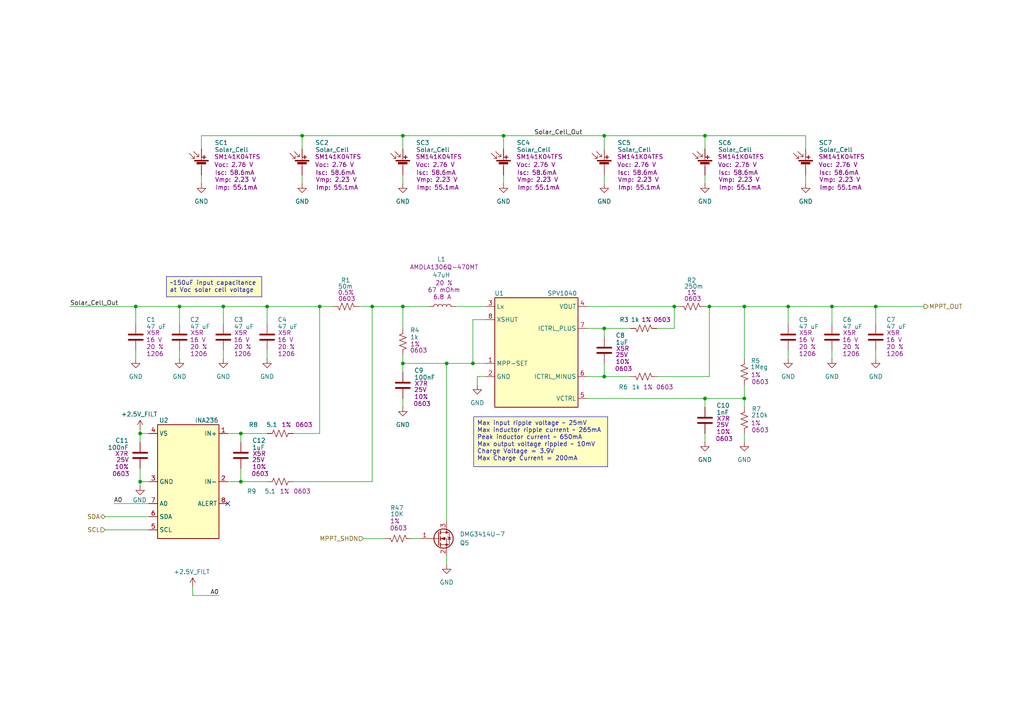
<source format=kicad_sch>
(kicad_sch (version 20231120) (generator "eeschema") (generator_version "8.0")
  (paper "A4")
  (title_block (title "KSS V50") (date "2024-09-23") (rev "A") (company "Aidan P."))
  (lib_symbols
    (symbol "Device:C" (pin_numbers hide) (pin_names (offset 0.254))
      (property "Reference" "C" (at 0.635 2.54 0))
      (property "Value" "C" (at 0.635 -2.54 0))
      (symbol "C_0_1"
        (polyline (pts (xy -2.032 -0.762) (xy 2.032 -0.762)) (stroke (width 0.508)))
        (polyline (pts (xy -2.032 0.762) (xy 2.032 0.762)) (stroke (width 0.508)))
      )
      (symbol "C_1_1"
        (pin passive line (at 0 3.81 270) (length 2.794) (name "~") (number "1"))
        (pin passive line (at 0 -3.81 90) (length 2.794) (name "~") (number "2"))
      )
    )
    (symbol "Device:L" (pin_numbers hide) (pin_names (offset 1.016) hide)
      (property "Reference" "L" (at -1.27 0 90))
      (property "Value" "L" (at 1.905 0 90))
      (symbol "L_0_1"
        (arc (start 0 -2.54) (mid 0.6323 -1.905) (end 0 -1.27))
        (arc (start 0 -1.27) (mid 0.6323 -0.635) (end 0 0))
        (arc (start 0 0) (mid 0.6323 0.635) (end 0 1.27))
        (arc (start 0 1.27) (mid 0.6323 1.905) (end 0 2.54))
      )
      (symbol "L_1_1"
        (pin passive line (at 0 3.81 270) (length 1.27) (name "1") (number "1"))
        (pin passive line (at 0 -3.81 90) (length 1.27) (name "2") (number "2"))
      )
    )
    (symbol "Device:Q_NMOS_GSD" (pin_names (offset 0) hide)
      (property "Reference" "Q" (at 5.08 1.27 0))
      (property "Value" "Q_NMOS_GSD" (at 5.08 -1.27 0))
      (symbol "Q_NMOS_GSD_0_1"
        (polyline (pts (xy 0.254 0) (xy -2.54 0)))
        (polyline (pts (xy 0.254 1.905) (xy 0.254 -1.905)) (stroke (width 0.254)))
        (polyline (pts (xy 0.762 -1.27) (xy 0.762 -2.286)) (stroke (width 0.254)))
        (polyline (pts (xy 0.762 0.508) (xy 0.762 -0.508)) (stroke (width 0.254)))
        (polyline (pts (xy 0.762 2.286) (xy 0.762 1.27)) (stroke (width 0.254)))
        (polyline (pts (xy 2.54 2.54) (xy 2.54 1.778)))
        (polyline (pts (xy 2.54 -2.54) (xy 2.54 0) (xy 0.762 0)))
        (polyline (pts (xy 0.762 -1.778) (xy 3.302 -1.778) (xy 3.302 1.778) (xy 0.762 1.778)))
        (polyline (pts (xy 1.016 0) (xy 2.032 0.381) (xy 2.032 -0.381) (xy 1.016 0)) (fill (type outline)))
        (polyline (pts (xy 2.794 0.508) (xy 2.921 0.381) (xy 3.683 0.381) (xy 3.81 0.254)))
        (polyline (pts (xy 3.302 0.381) (xy 2.921 -0.254) (xy 3.683 -0.254) (xy 3.302 0.381)))
        (circle (center 1.651 0) (radius 2.794) (stroke (width 0.254)))
        (circle (center 2.54 -1.778) (radius 0.254) (fill (type outline)))
        (circle (center 2.54 1.778) (radius 0.254) (fill (type outline)))
      )
      (symbol "Q_NMOS_GSD_1_1"
        (pin input line (at -5.08 0 0) (length 2.54) (name "G") (number "1"))
        (pin passive line (at 2.54 -5.08 90) (length 2.54) (name "S") (number "2"))
        (pin passive line (at 2.54 5.08 270) (length 2.54) (name "D") (number "3"))
      )
    )
    (symbol "Device:R_US" (pin_numbers hide) (pin_names (offset 0))
      (property "Reference" "R" (at 2.54 0 90))
      (property "Value" "R_US" (at -2.54 0 90))
      (symbol "R_US_0_1"
        (polyline (pts (xy 0 -2.286) (xy 0 -2.54)))
        (polyline (pts (xy 0 2.286) (xy 0 2.54)))
        (polyline (pts (xy 0 -0.762) (xy 1.016 -1.143) (xy 0 -1.524) (xy -1.016 -1.905) (xy 0 -2.286)))
        (polyline (pts (xy 0 0.762) (xy 1.016 0.381) (xy 0 0) (xy -1.016 -0.381) (xy 0 -0.762)))
        (polyline (pts (xy 0 2.286) (xy 1.016 1.905) (xy 0 1.524) (xy -1.016 1.143) (xy 0 0.762)))
      )
      (symbol "R_US_1_1"
        (pin passive line (at 0 3.81 270) (length 1.27) (name "~") (number "1"))
        (pin passive line (at 0 -3.81 90) (length 1.27) (name "~") (number "2"))
      )
    )
    (symbol "Device:Solar_Cell" (pin_numbers hide) (pin_names (offset 0) hide)
      (property "Reference" "SC" (at 2.54 2.54 0))
      (property "Value" "Solar_Cell" (at 2.54 0 0))
      (symbol "Solar_Cell_0_1"
        (rectangle (start -2.032 1.778) (end 2.032 1.524) (fill (type outline)))
        (rectangle (start -1.3208 1.1938) (end 1.27 0.6858) (fill (type outline)))
        (polyline (pts (xy -2.032 2.286) (xy -3.556 3.81)))
        (polyline (pts (xy -0.762 2.794) (xy -2.286 4.318)))
        (polyline (pts (xy 0 0.762) (xy 0 0)))
        (polyline (pts (xy 0 1.778) (xy 0 2.54)))
        (polyline (pts (xy 0.254 2.667) (xy 1.27 2.667)) (stroke (width 0.254)))
        (polyline (pts (xy 0.762 3.175) (xy 0.762 2.159)) (stroke (width 0.254)))
        (polyline (pts (xy -2.032 3.048) (xy -2.032 2.286) (xy -2.794 2.286)))
        (polyline (pts (xy -0.762 3.556) (xy -0.762 2.794) (xy -1.524 2.794)))
      )
      (symbol "Solar_Cell_1_1"
        (pin passive line (at 0 5.08 270) (length 2.54) (name "+") (number "1"))
        (pin passive line (at 0 -2.54 90) (length 2.54) (name "-") (number "2"))
      )
    )
    (symbol "ap_built:INA236"
      (property "Reference" "U" (at -7.366 8.89 0))
      (property "Value" "INA236" (at 6.604 8.89 0))
      (symbol "INA236_0_1"
        (rectangle (start -7.62 7.62) (end 10.16 -25.4) (stroke (width 0.254)) (fill (type background)))
      )
      (symbol "INA236_1_1"
        (pin unspecified line (at 12.7 5.08 180) (length 2.54) (name "IN+") (number "1"))
        (pin unspecified line (at 12.7 -8.89 180) (length 2.54) (name "IN-") (number "2"))
        (pin unspecified line (at -10.16 -8.89 0) (length 2.54) (name "GND") (number "3"))
        (pin unspecified line (at -10.16 5.08 0) (length 2.54) (name "VS") (number "4"))
        (pin unspecified line (at -10.16 -22.86 0) (length 2.54) (name "SCL") (number "5"))
        (pin unspecified line (at -10.16 -19.05 0) (length 2.54) (name "SDA") (number "6"))
        (pin unspecified line (at -10.16 -15.24 0) (length 2.54) (name "A0") (number "7"))
        (pin unspecified line (at 12.7 -15.24 180) (length 2.54) (name "ALERT") (number "8"))
      )
    )
    (symbol "ap_built:SPV1040"
      (property "Reference" "U" (at -12.192 11.684 0))
      (property "Value" "SPV1040" (at 7.112 11.684 0))
      (symbol "SPV1040_0_1"
        (rectangle (start -12.7 10.16) (end 11.43 -21.59) (stroke (width 0.254)) (fill (type background)))
      )
      (symbol "SPV1040_1_1"
        (pin unspecified line (at -15.24 -8.89 0) (length 2.54) (name "MPP-SET") (number "1"))
        (pin unspecified line (at -15.24 -12.7 0) (length 2.54) (name "GND") (number "2"))
        (pin unspecified line (at -15.24 7.62 0) (length 2.54) (name "Lx") (number "3"))
        (pin unspecified line (at 13.97 7.62 180) (length 2.54) (name "VOUT") (number "4"))
        (pin unspecified line (at 13.97 -19.05 180) (length 2.54) (name "VCTRL") (number "5"))
        (pin unspecified line (at 13.97 -12.7 180) (length 2.54) (name "ICTRL_MINUS") (number "6"))
        (pin unspecified line (at 13.97 1.27 180) (length 2.54) (name "ICTRL_PLUS") (number "7"))
        (pin unspecified line (at -15.24 3.81 0) (length 2.54) (name "XSHUT") (number "8"))
      )
    )
    (symbol "power:+3.3V" (power) (pin_numbers hide) (pin_names (offset 0) hide)
      (property "Value" "+3.3V" (at 0 3.556 0))
      (symbol "+3.3V_0_1"
        (polyline (pts (xy -0.762 1.27) (xy 0 2.54)))
        (polyline (pts (xy 0 0) (xy 0 2.54)))
        (polyline (pts (xy 0 2.54) (xy 0.762 1.27)))
      )
      (symbol "+3.3V_1_1"
        (pin power_in line (at 0 0 90) (length 0) (name "~") (number "1"))
      )
    )
    (symbol "power:GND" (power) (pin_numbers hide) (pin_names (offset 0) hide)
      (property "Value" "GND" (at 0 -3.81 0))
      (symbol "GND_0_1"
        (polyline (pts (xy 0 0) (xy 0 -1.27) (xy 1.27 -1.27) (xy 0 -2.54) (xy -1.27 -1.27) (xy 0 -1.27)))
      )
      (symbol "GND_1_1"
        (pin power_in line (at 0 0 270) (length 0) (name "~") (number "1"))
      )
    )
  )
  (junction (at 175.26 109.22))
  (junction (at 40.64 125.73))
  (junction (at 204.47 39.37))
  (junction (at 195.58 88.9))
  (junction (at 64.77 88.9))
  (junction (at 116.84 88.9))
  (junction (at 69.85 125.73))
  (junction (at 228.6 88.9))
  (junction (at 107.95 88.9))
  (junction (at 40.64 139.7))
  (junction (at 241.3 88.9))
  (junction (at 77.47 88.9))
  (junction (at 204.47 115.57))
  (junction (at 116.84 39.37))
  (junction (at 116.84 105.41))
  (junction (at 92.71 88.9))
  (junction (at 137.16 105.41))
  (junction (at 175.26 39.37))
  (junction (at 254 88.9))
  (junction (at 215.9 115.57))
  (junction (at 87.63 39.37))
  (junction (at 39.37 88.9))
  (junction (at 205.74 88.9))
  (junction (at 175.26 95.25))
  (junction (at 129.54 105.41))
  (junction (at 146.05 39.37))
  (junction (at 215.9 88.9))
  (junction (at 69.85 139.7))
  (junction (at 52.07 88.9))
  (no_connect (at 66.04 146.05))
  (wire (pts (xy 116.84 115.57) (xy 116.84 118.11)))
  (wire (pts (xy 170.18 109.22) (xy 175.26 109.22)))
  (wire (pts (xy 204.47 50.8) (xy 204.47 53.34)))
  (wire (pts (xy 40.64 125.73) (xy 40.64 124.46)))
  (wire (pts (xy 138.43 109.22) (xy 140.97 109.22)))
  (wire (pts (xy 39.37 101.6) (xy 39.37 104.14)))
  (wire (pts (xy 66.04 125.73) (xy 69.85 125.73)))
  (wire (pts (xy 204.47 88.9) (xy 205.74 88.9)))
  (wire (pts (xy 116.84 88.9) (xy 124.46 88.9)))
  (wire (pts (xy 129.54 161.29) (xy 129.54 163.83)))
  (wire (pts (xy 119.38 156.21) (xy 121.92 156.21)))
  (wire (pts (xy 204.47 125.73) (xy 204.47 128.27)))
  (wire (pts (xy 39.37 88.9) (xy 52.07 88.9)))
  (wire (pts (xy 116.84 39.37) (xy 146.05 39.37)))
  (wire (pts (xy 170.18 115.57) (xy 204.47 115.57)))
  (wire (pts (xy 85.09 125.73) (xy 92.71 125.73)))
  (wire (pts (xy 87.63 43.18) (xy 87.63 39.37)))
  (wire (pts (xy 205.74 109.22) (xy 205.74 88.9)))
  (wire (pts (xy 55.88 172.72) (xy 63.5 172.72)))
  (wire (pts (xy 105.41 156.21) (xy 111.76 156.21)))
  (wire (pts (xy 241.3 93.98) (xy 241.3 88.9)))
  (wire (pts (xy 69.85 139.7) (xy 77.47 139.7)))
  (wire (pts (xy 175.26 50.8) (xy 175.26 53.34)))
  (wire (pts (xy 233.68 50.8) (xy 233.68 53.34)))
  (wire (pts (xy 175.26 95.25) (xy 182.88 95.25)))
  (wire (pts (xy 228.6 88.9) (xy 215.9 88.9)))
  (wire (pts (xy 146.05 43.18) (xy 146.05 39.37)))
  (wire (pts (xy 170.18 88.9) (xy 195.58 88.9)))
  (wire (pts (xy 40.64 140.97) (xy 40.64 139.7)))
  (wire (pts (xy 175.26 39.37) (xy 204.47 39.37)))
  (wire (pts (xy 137.16 105.41) (xy 140.97 105.41)))
  (wire (pts (xy 30.48 153.67) (xy 43.18 153.67)))
  (wire (pts (xy 30.48 149.86) (xy 43.18 149.86)))
  (wire (pts (xy 87.63 50.8) (xy 87.63 53.34)))
  (wire (pts (xy 137.16 92.71) (xy 137.16 105.41)))
  (wire (pts (xy 204.47 43.18) (xy 204.47 39.37)))
  (wire (pts (xy 140.97 92.71) (xy 137.16 92.71)))
  (wire (pts (xy 215.9 111.76) (xy 215.9 115.57)))
  (wire (pts (xy 195.58 95.25) (xy 195.58 88.9)))
  (wire (pts (xy 190.5 95.25) (xy 195.58 95.25)))
  (wire (pts (xy 129.54 105.41) (xy 129.54 151.13)))
  (wire (pts (xy 104.14 88.9) (xy 107.95 88.9)))
  (wire (pts (xy 146.05 50.8) (xy 146.05 53.34)))
  (wire (pts (xy 175.26 95.25) (xy 175.26 97.79)))
  (wire (pts (xy 58.42 50.8) (xy 58.42 53.34)))
  (wire (pts (xy 87.63 39.37) (xy 116.84 39.37)))
  (wire (pts (xy 64.77 88.9) (xy 77.47 88.9)))
  (wire (pts (xy 20.32 88.9) (xy 39.37 88.9)))
  (wire (pts (xy 69.85 125.73) (xy 69.85 128.27)))
  (wire (pts (xy 107.95 139.7) (xy 107.95 88.9)))
  (wire (pts (xy 215.9 88.9) (xy 215.9 104.14)))
  (wire (pts (xy 77.47 93.98) (xy 77.47 88.9)))
  (wire (pts (xy 116.84 43.18) (xy 116.84 39.37)))
  (wire (pts (xy 92.71 125.73) (xy 92.71 88.9)))
  (wire (pts (xy 116.84 88.9) (xy 116.84 95.25)))
  (wire (pts (xy 64.77 101.6) (xy 64.77 104.14)))
  (wire (pts (xy 241.3 101.6) (xy 241.3 104.14)))
  (wire (pts (xy 129.54 105.41) (xy 137.16 105.41)))
  (wire (pts (xy 146.05 39.37) (xy 175.26 39.37)))
  (wire (pts (xy 204.47 115.57) (xy 215.9 115.57)))
  (wire (pts (xy 190.5 109.22) (xy 205.74 109.22)))
  (wire (pts (xy 58.42 43.18) (xy 58.42 39.37)))
  (wire (pts (xy 254 88.9) (xy 254 93.98)))
  (wire (pts (xy 228.6 88.9) (xy 241.3 88.9)))
  (wire (pts (xy 215.9 115.57) (xy 215.9 118.11)))
  (wire (pts (xy 92.71 88.9) (xy 96.52 88.9)))
  (wire (pts (xy 233.68 43.18) (xy 233.68 39.37)))
  (wire (pts (xy 116.84 105.41) (xy 129.54 105.41)))
  (wire (pts (xy 196.85 88.9) (xy 195.58 88.9)))
  (wire (pts (xy 204.47 118.11) (xy 204.47 115.57)))
  (wire (pts (xy 40.64 125.73) (xy 40.64 128.27)))
  (wire (pts (xy 33.02 146.05) (xy 43.18 146.05)))
  (wire (pts (xy 205.74 88.9) (xy 215.9 88.9)))
  (wire (pts (xy 116.84 102.87) (xy 116.84 105.41)))
  (wire (pts (xy 52.07 93.98) (xy 52.07 88.9)))
  (wire (pts (xy 254 101.6) (xy 254 104.14)))
  (wire (pts (xy 40.64 139.7) (xy 43.18 139.7)))
  (wire (pts (xy 77.47 88.9) (xy 92.71 88.9)))
  (wire (pts (xy 55.88 172.72) (xy 55.88 170.18)))
  (wire (pts (xy 215.9 125.73) (xy 215.9 128.27)))
  (wire (pts (xy 132.08 88.9) (xy 140.97 88.9)))
  (wire (pts (xy 175.26 43.18) (xy 175.26 39.37)))
  (wire (pts (xy 228.6 93.98) (xy 228.6 88.9)))
  (wire (pts (xy 43.18 125.73) (xy 40.64 125.73)))
  (wire (pts (xy 64.77 93.98) (xy 64.77 88.9)))
  (wire (pts (xy 241.3 88.9) (xy 254 88.9)))
  (wire (pts (xy 204.47 39.37) (xy 233.68 39.37)))
  (wire (pts (xy 175.26 109.22) (xy 182.88 109.22)))
  (wire (pts (xy 228.6 101.6) (xy 228.6 104.14)))
  (wire (pts (xy 175.26 105.41) (xy 175.26 109.22)))
  (wire (pts (xy 116.84 50.8) (xy 116.84 53.34)))
  (wire (pts (xy 107.95 88.9) (xy 116.84 88.9)))
  (wire (pts (xy 69.85 125.73) (xy 77.47 125.73)))
  (wire (pts (xy 170.18 95.25) (xy 175.26 95.25)))
  (wire (pts (xy 58.42 39.37) (xy 87.63 39.37)))
  (wire (pts (xy 267.97 88.9) (xy 254 88.9)))
  (wire (pts (xy 52.07 101.6) (xy 52.07 104.14)))
  (wire (pts (xy 85.09 139.7) (xy 107.95 139.7)))
  (wire (pts (xy 138.43 111.76) (xy 138.43 109.22)))
  (wire (pts (xy 66.04 139.7) (xy 69.85 139.7)))
  (wire (pts (xy 39.37 93.98) (xy 39.37 88.9)))
  (wire (pts (xy 40.64 135.89) (xy 40.64 139.7)))
  (wire (pts (xy 116.84 105.41) (xy 116.84 107.95)))
  (wire (pts (xy 52.07 88.9) (xy 64.77 88.9)))
  (wire (pts (xy 77.47 101.6) (xy 77.47 104.14)))
  (wire (pts (xy 69.85 135.89) (xy 69.85 139.7)))
  (text_box "Max input ripple voltage ~ 25mV\nMax inductor ripple current ~ 265mA\nPeak inductor current ~ 650mA\nMax output voltage rippled ~ 10mV\nCharge Voltage = 3.9V\nMax Charge Current = 200mA\n" (at 137.414 120.904 0) (size 38.862 14.478) (fill (type color) (color 255 255 194 1)) (effects (font (size 1.27 1.27)) (justify left top)))
  (text_box "~150uF input capacitance at Voc solar cell voltage" (at 48.26 80.264 0) (size 27.686 5.842) (fill (type color) (color 255 255 194 1)) (effects (font (size 1.27 1.27)) (justify left top)))
  (label "Solar_Cell_Out" (at 20.32 88.9 0))
  (label "Solar_Cell_Out" (at 154.94 39.37 0))
  (label "A0" (at 33.02 146.05 0))
  (label "A0" (at 63.5 172.72 180))
  (hierarchical_label "SCL" (shape input) (at 30.48 153.67 180))
  (hierarchical_label "SDA" (shape bidirectional) (at 30.48 149.86 180))
  (hierarchical_label "MPPT_OUT" (shape output) (at 267.97 88.9 0))
  (hierarchical_label "MPPT_SHDN" (shape input) (at 105.41 156.21 180))
  (symbol (lib_id "power:GND") (at 87.63 53.34 0) (unit 1)
    (property "Reference" "#PWR02" (effects (hide yes)))
    (property "Value" "GND" (at 87.63 58.42 0))
    (property "Description" "Power symbol creates a global label with name \"GND\" , ground" (effects (hide yes)))
  )
  (symbol (lib_id "power:GND") (at 116.84 118.11 0) (mirror y) (unit 1)
    (property "Reference" "#PWR013" (effects (hide yes)))
    (property "Value" "GND" (at 116.84 123.19 0))
    (property "Description" "Power symbol creates a global label with name \"GND\" , ground" (effects (hide yes)))
  )
  (symbol (lib_id "Device:R_US") (at 186.69 95.25 90) (mirror x) (unit 1)
    (property "Reference" "R3" (at 182.372 92.71 90) (effects (justify left)))
    (property "Value" "1k" (at 185.42 92.71 90) (effects (justify left)))
    (property "Footprint" "Resistor_SMD:R_0603_1608Metric" (effects (hide yes)))
    (property "Description" "Resistor, US symbol" (effects (hide yes)))
    (property "MPN" "RC0603FR-071KL" (effects (hide yes)))
    (property "DPN" "311-1.00KHRCT-ND" (effects (hide yes)))
    (property "Package" "0603" (at 192.024 92.71 90))
    (property "Tolerance" "1%" (at 187.452 92.71 90))
  )
  (symbol (lib_id "power:GND") (at 228.6 104.14 0) (mirror y) (unit 1)
    (property "Reference" "#PWR09" (effects (hide yes)))
    (property "Value" "GND" (at 228.6 109.22 0))
    (property "Description" "Power symbol creates a global label with name \"GND\" , ground" (effects (hide yes)))
  )
  (symbol (lib_id "Device:Solar_Cell") (at 58.42 48.26 0) (unit 1)
    (property "Reference" "SC1" (at 62.23 41.402 0) (effects (justify left)))
    (property "Value" "Solar_Cell" (at 62.23 43.434 0) (effects (justify left)))
    (property "Footprint" "ap_built:SM141K04TFS" (effects (hide yes)))
    (property "Description" "Single solar cell" (effects (hide yes)))
    (property "Voc" "2.76 V" (at 67.818 47.752 0) (show_name yes))
    (property "Vmp" "2.23 V" (at 68.326 52.07 0) (show_name yes))
    (property "Isc" "58.6mA" (at 68.072 50.038 0) (show_name yes))
    (property "Imp" "55.1mA" (at 68.58 54.356 0) (show_name yes))
    (property "MPN" "SM141K04TFS" (at 68.834 45.466 0))
    (property "DPN" "2994-SM141K04TFS-ND" (effects (hide yes)))
  )
  (symbol (lib_id "Device:R_US") (at 200.66 88.9 90) (mirror x) (unit 1)
    (property "Reference" "R2" (at 201.93 81.28 90) (effects (justify left)))
    (property "Value" "250m" (at 203.962 83.058 90) (effects (justify left)))
    (property "Footprint" "Resistor_SMD:R_0603_1608Metric" (effects (hide yes)))
    (property "Description" "Resistor, US symbol" (effects (hide yes)))
    (property "MPN" "CSR0603FKR250" (effects (hide yes)))
    (property "DPN" "CSR0603FKR250CT-ND" (effects (hide yes)))
    (property "Package" "0603" (at 200.914 86.614 90))
    (property "Tolerance" "1%" (at 200.66 84.836 90))
  )
  (symbol (lib_id "power:GND") (at 204.47 53.34 0) (unit 1)
    (property "Reference" "#PWR0125" (effects (hide yes)))
    (property "Value" "GND" (at 204.47 58.42 0))
    (property "Description" "Power symbol creates a global label with name \"GND\" , ground" (effects (hide yes)))
  )
  (symbol (lib_id "Device:C") (at 77.47 97.79 0) (unit 1)
    (property "Reference" "C4" (at 80.518 92.71 0) (effects (justify left)))
    (property "Value" "47 uF" (at 80.518 94.742 0) (effects (justify left)))
    (property "Footprint" "Capacitor_SMD:C_1206_3216Metric" (effects (hide yes)))
    (property "Description" "Unpolarized capacitor" (effects (hide yes)))
    (property "MPN" "GRM31CR61C476ME44L" (effects (hide yes)))
    (property "DPN" "490-GRM31CR61C476ME44LCT-ND" (effects (hide yes)))
    (property "Tolerance" "20 %" (at 83.058 100.584 0))
    (property "Dialectric" "X5R" (at 82.55 96.52 0))
    (property "Voltage Rating" "16 V" (at 82.804 98.552 0))
    (property "Package" "1206" (at 83.058 102.616 0))
  )
  (symbol (lib_id "Device:L") (at 128.27 88.9 90) (unit 1)
    (property "Reference" "L1" (at 128.016 75.184 90))
    (property "Value" "47uH" (at 128.016 79.756 90))
    (property "Footprint" "ap_built:AMDLA1306Q-470MT" (effects (hide yes)))
    (property "Description" "Inductor" (effects (hide yes)))
    (property "MPN" "AMDLA1306Q-470MT " (at 129.286 77.47 90))
    (property "DPN" "535-AMDLA1306Q-470MTCT-ND" (effects (hide yes)))
    (property "Tolerance" "20 %" (at 128.778 82.042 90))
    (property "DCR" "67 mOhm" (at 128.778 84.074 90))
    (property "Isat" "6.8 A" (at 128.27 86.106 90))
  )
  (symbol (lib_id "Device:Q_NMOS_GSD") (at 127 156.21 0) (unit 1)
    (property "Reference" "Q5" (at 133.35 157.4801 0) (effects (justify left)))
    (property "Value" "DMG3414U-7" (at 133.35 154.9401 0) (effects (justify left)))
    (property "Footprint" "Package_TO_SOT_SMD:SOT-23-3" (effects (hide yes)))
    (property "Description" "N-MOSFET transistor, gate/source/drain" (effects (hide yes)))
    (property "MPN" "DMG3414U-7 " (effects (hide yes)))
    (property "DPN" "DMG3414U-7DICT-ND" (effects (hide yes)))
  )
  (symbol (lib_id "Device:C") (at 40.64 132.08 0) (mirror y) (unit 1)
    (property "Reference" "C11" (at 37.338 127.762 0) (effects (justify left)))
    (property "Value" "100nF" (at 37.338 129.794 0) (effects (justify left)))
    (property "Footprint" "Capacitor_SMD:C_0603_1608Metric" (effects (hide yes)))
    (property "Description" "Unpolarized capacitor" (effects (hide yes)))
    (property "MPN" "CC0603KRX7R8BB104" (effects (hide yes)))
    (property "DPN" "311-1341-1-ND" (effects (hide yes)))
    (property "Tolerance" "10%" (at 35.306 135.382 0))
    (property "Dialectric" "X7R" (at 35.306 131.572 0))
    (property "Voltage Rating" "25V" (at 35.56 133.35 0))
    (property "Package" "0603" (at 35.052 137.414 0))
  )
  (symbol (lib_id "power:GND") (at 129.54 163.83 0) (unit 1)
    (property "Reference" "#PWR026" (effects (hide yes)))
    (property "Value" "GND" (at 129.54 168.91 0))
    (property "Description" "Power symbol creates a global label with name \"GND\" , ground" (effects (hide yes)))
  )
  (symbol (lib_id "power:GND") (at 241.3 104.14 0) (mirror y) (unit 1)
    (property "Reference" "#PWR010" (effects (hide yes)))
    (property "Value" "GND" (at 241.3 109.22 0))
    (property "Description" "Power symbol creates a global label with name \"GND\" , ground" (effects (hide yes)))
  )
  (symbol (lib_id "power:GND") (at 58.42 53.34 0) (unit 1)
    (property "Reference" "#PWR01" (effects (hide yes)))
    (property "Value" "GND" (at 58.42 58.42 0))
    (property "Description" "Power symbol creates a global label with name \"GND\" , ground" (effects (hide yes)))
  )
  (symbol (lib_id "power:GND") (at 116.84 53.34 0) (unit 1)
    (property "Reference" "#PWR03" (effects (hide yes)))
    (property "Value" "GND" (at 116.84 58.42 0))
    (property "Description" "Power symbol creates a global label with name \"GND\" , ground" (effects (hide yes)))
  )
  (symbol (lib_id "Device:C") (at 52.07 97.79 0) (unit 1)
    (property "Reference" "C2" (at 55.118 92.71 0) (effects (justify left)))
    (property "Value" "47 uF" (at 55.118 94.742 0) (effects (justify left)))
    (property "Footprint" "Capacitor_SMD:C_1206_3216Metric" (effects (hide yes)))
    (property "Description" "Unpolarized capacitor" (effects (hide yes)))
    (property "MPN" "GRM31CR61C476ME44L" (effects (hide yes)))
    (property "DPN" "490-GRM31CR61C476ME44LCT-ND" (effects (hide yes)))
    (property "Tolerance" "20 %" (at 57.658 100.584 0))
    (property "Dialectric" "X5R" (at 57.15 96.52 0))
    (property "Voltage Rating" "16 V" (at 57.404 98.552 0))
    (property "Package" "1206" (at 57.658 102.616 0))
  )
  (symbol (lib_id "Device:R_US") (at 116.84 99.06 0) (mirror y) (unit 1)
    (property "Reference" "R4" (at 121.666 95.758 0) (effects (justify left)))
    (property "Value" "1k" (at 121.412 97.79 0) (effects (justify left)))
    (property "Footprint" "Resistor_SMD:R_0603_1608Metric" (effects (hide yes)))
    (property "Description" "Resistor, US symbol" (effects (hide yes)))
    (property "MPN" "RC0603FR-071KL" (effects (hide yes)))
    (property "DPN" "311-1.00KHRCT-ND" (effects (hide yes)))
    (property "Package" "0603" (at 121.412 101.6 0))
    (property "Tolerance" "1%" (at 120.396 99.822 0))
  )
  (symbol (lib_id "ap_built:INA236") (at 53.34 130.81 0) (unit 1)
    (property "Reference" "U2" (at 47.498 121.92 0))
    (property "Value" "INA236" (at 59.944 121.92 0))
    (property "Footprint" "Package_TO_SOT_SMD:SOT-23-8" (effects (hide yes)))
    (property "DPN" "296-INA236AIDDFRCT-ND" (effects (hide yes)))
    (property "MPN" "INA236AIDDFR" (effects (hide yes)))
  )
  (symbol (lib_id "power:GND") (at 77.47 104.14 0) (mirror y) (unit 1)
    (property "Reference" "#PWR08" (effects (hide yes)))
    (property "Value" "GND" (at 77.47 109.22 0))
    (property "Description" "Power symbol creates a global label with name \"GND\" , ground" (effects (hide yes)))
  )
  (symbol (lib_id "Device:C") (at 254 97.79 0) (unit 1)
    (property "Reference" "C7" (at 257.048 92.71 0) (effects (justify left)))
    (property "Value" "47 uF" (at 257.048 94.742 0) (effects (justify left)))
    (property "Footprint" "Capacitor_SMD:C_1206_3216Metric" (effects (hide yes)))
    (property "Description" "Unpolarized capacitor" (effects (hide yes)))
    (property "MPN" "GRM31CR61C476ME44L" (effects (hide yes)))
    (property "DPN" "490-GRM31CR61C476ME44LCT-ND" (effects (hide yes)))
    (property "Tolerance" "20 %" (at 259.588 100.584 0))
    (property "Dialectric" "X5R" (at 259.08 96.52 0))
    (property "Voltage Rating" "16 V" (at 259.334 98.552 0))
    (property "Package" "1206" (at 259.588 102.616 0))
  )
  (symbol (lib_id "Device:R_US") (at 81.28 125.73 270) (unit 1)
    (property "Reference" "R8" (at 72.136 123.19 90) (effects (justify left)))
    (property "Value" "5.1" (at 77.216 123.19 90) (effects (justify left)))
    (property "Footprint" "Resistor_SMD:R_0603_1608Metric" (effects (hide yes)))
    (property "Description" "Resistor, US symbol" (effects (hide yes)))
    (property "MPN" "RC0603FR-075R1L " (effects (hide yes)))
    (property "DPN" "YAG3372CT-ND" (effects (hide yes)))
    (property "Package" "0603" (at 88.138 123.19 90))
    (property "Tolerance" "1%" (at 83.058 123.19 90))
  )
  (symbol (lib_id "power:+3.3V") (at 55.88 170.18 0) (unit 1)
    (property "Reference" "#PWR0111" (effects (hide yes)))
    (property "Value" "+2.5V_FILT" (at 55.626 165.862 0))
    (property "Description" "Power symbol creates a global label with name \"+3.3V\"" (effects (hide yes)))
  )
  (symbol (lib_id "Device:C") (at 228.6 97.79 0) (unit 1)
    (property "Reference" "C5" (at 231.648 92.71 0) (effects (justify left)))
    (property "Value" "47 uF" (at 231.648 94.742 0) (effects (justify left)))
    (property "Footprint" "Capacitor_SMD:C_1206_3216Metric" (effects (hide yes)))
    (property "Description" "Unpolarized capacitor" (effects (hide yes)))
    (property "MPN" "GRM31CR61C476ME44L" (effects (hide yes)))
    (property "DPN" "490-GRM31CR61C476ME44LCT-ND" (effects (hide yes)))
    (property "Tolerance" "20 %" (at 234.188 100.584 0))
    (property "Dialectric" "X5R" (at 233.68 96.52 0))
    (property "Voltage Rating" "16 V" (at 233.934 98.552 0))
    (property "Package" "1206" (at 234.188 102.616 0))
  )
  (symbol (lib_id "Device:Solar_Cell") (at 146.05 48.26 0) (unit 1)
    (property "Reference" "SC4" (at 149.86 41.402 0) (effects (justify left)))
    (property "Value" "Solar_Cell" (at 149.86 43.434 0) (effects (justify left)))
    (property "Footprint" "ap_built:SM141K04TFS" (effects (hide yes)))
    (property "Description" "Single solar cell" (effects (hide yes)))
    (property "Voc" "2.76 V" (at 155.448 47.752 0) (show_name yes))
    (property "Vmp" "2.23 V" (at 155.956 52.07 0) (show_name yes))
    (property "Isc" "58.6mA" (at 155.702 50.038 0) (show_name yes))
    (property "Imp" "55.1mA" (at 156.21 54.356 0) (show_name yes))
    (property "MPN" "SM141K04TFS" (at 156.464 45.466 0))
    (property "DPN" "2994-SM141K04TFS-ND" (effects (hide yes)))
  )
  (symbol (lib_id "Device:Solar_Cell") (at 87.63 48.26 0) (unit 1)
    (property "Reference" "SC2" (at 91.44 41.402 0) (effects (justify left)))
    (property "Value" "Solar_Cell" (at 91.44 43.434 0) (effects (justify left)))
    (property "Footprint" "ap_built:SM141K04TFS" (effects (hide yes)))
    (property "Description" "Single solar cell" (effects (hide yes)))
    (property "Voc" "2.76 V" (at 97.028 47.752 0) (show_name yes))
    (property "Vmp" "2.23 V" (at 97.536 52.07 0) (show_name yes))
    (property "Isc" "58.6mA" (at 97.282 50.038 0) (show_name yes))
    (property "Imp" "55.1mA" (at 97.79 54.356 0) (show_name yes))
    (property "MPN" "SM141K04TFS" (at 98.044 45.466 0))
    (property "DPN" "2994-SM141K04TFS-ND" (effects (hide yes)))
  )
  (symbol (lib_id "Device:R_US") (at 186.69 109.22 90) (mirror x) (unit 1)
    (property "Reference" "R6" (at 182.118 112.268 90) (effects (justify left)))
    (property "Value" "1k" (at 185.674 112.268 90) (effects (justify left)))
    (property "Footprint" "Resistor_SMD:R_0603_1608Metric" (effects (hide yes)))
    (property "Description" "Resistor, US symbol" (effects (hide yes)))
    (property "MPN" "RC0603FR-071KL" (effects (hide yes)))
    (property "DPN" "311-1.00KHRCT-ND" (effects (hide yes)))
    (property "Package" "0603" (at 192.786 112.268 90))
    (property "Tolerance" "1%" (at 187.96 112.268 90))
  )
  (symbol (lib_id "power:GND") (at 40.64 140.97 0) (unit 1)
    (property "Reference" "#PWR017" (effects (hide yes)))
    (property "Value" "GND" (at 40.513 145.034 0))
    (property "Description" "Power symbol creates a global label with name \"GND\" , ground" (effects (hide yes)))
  )
  (symbol (lib_id "Device:C") (at 116.84 111.76 0) (unit 1)
    (property "Reference" "C9" (at 120.142 107.442 0) (effects (justify left)))
    (property "Value" "100nF" (at 120.142 109.474 0) (effects (justify left)))
    (property "Footprint" "Capacitor_SMD:C_0603_1608Metric" (effects (hide yes)))
    (property "Description" "Unpolarized capacitor" (effects (hide yes)))
    (property "MPN" "CC0603KRX7R8BB104" (effects (hide yes)))
    (property "DPN" "311-1341-1-ND" (effects (hide yes)))
    (property "Tolerance" "10%" (at 122.174 115.062 0))
    (property "Dialectric" "X7R" (at 122.174 111.252 0))
    (property "Voltage Rating" "25V" (at 121.92 113.03 0))
    (property "Package" "0603" (at 122.428 117.094 0))
  )
  (symbol (lib_id "Device:Solar_Cell") (at 204.47 48.26 0) (unit 1)
    (property "Reference" "SC6" (at 208.28 41.402 0) (effects (justify left)))
    (property "Value" "Solar_Cell" (at 208.28 43.434 0) (effects (justify left)))
    (property "Footprint" "ap_built:SM141K04TFS" (effects (hide yes)))
    (property "Description" "Single solar cell" (effects (hide yes)))
    (property "Voc" "2.76 V" (at 213.868 47.752 0) (show_name yes))
    (property "Vmp" "2.23 V" (at 214.376 52.07 0) (show_name yes))
    (property "Isc" "58.6mA" (at 214.122 50.038 0) (show_name yes))
    (property "Imp" "55.1mA" (at 214.63 54.356 0) (show_name yes))
    (property "MPN" "SM141K04TFS" (at 214.884 45.466 0))
    (property "DPN" "2994-SM141K04TFS-ND" (effects (hide yes)))
  )
  (symbol (lib_id "power:GND") (at 215.9 128.27 0) (mirror y) (unit 1)
    (property "Reference" "#PWR016" (effects (hide yes)))
    (property "Value" "GND" (at 215.9 133.35 0))
    (property "Description" "Power symbol creates a global label with name \"GND\" , ground" (effects (hide yes)))
  )
  (symbol (lib_id "Device:R_US") (at 115.57 156.21 90) (mirror x) (unit 1)
    (property "Reference" "R47" (at 117.094 147.32 90) (effects (justify left)))
    (property "Value" "10K" (at 117.094 149.098 90) (effects (justify left)))
    (property "Footprint" "Resistor_SMD:R_0603_1608Metric" (effects (hide yes)))
    (property "Description" "Resistor, US symbol" (effects (hide yes)))
    (property "MPN" "AC0603FR-0710KL " (effects (hide yes)))
    (property "DPN" "311-10KLDCT-ND" (effects (hide yes)))
    (property "Package" "0603" (at 115.57 153.162 90))
    (property "Tolerance" "1%" (at 114.554 151.13 90))
  )
  (symbol (lib_id "Device:R_US") (at 215.9 107.95 0) (mirror y) (unit 1)
    (property "Reference" "R5" (at 220.472 104.648 0) (effects (justify left)))
    (property "Value" "1Meg" (at 222.758 106.426 0) (effects (justify left)))
    (property "Footprint" "Resistor_SMD:R_0603_1608Metric" (effects (hide yes)))
    (property "Description" "Resistor, US symbol" (effects (hide yes)))
    (property "MPN" "RC0603FR-071ML" (effects (hide yes)))
    (property "DPN" "311-1.00MHRCT-ND" (effects (hide yes)))
    (property "Package" "0603" (at 220.472 110.744 0))
    (property "Tolerance" "1%" (at 219.202 108.712 0))
  )
  (symbol (lib_id "Device:C") (at 204.47 121.92 0) (unit 1)
    (property "Reference" "C10" (at 207.772 117.602 0) (effects (justify left)))
    (property "Value" "1nF" (at 207.772 119.634 0) (effects (justify left)))
    (property "Footprint" "Capacitor_SMD:C_0603_1608Metric" (effects (hide yes)))
    (property "Description" "Unpolarized capacitor" (effects (hide yes)))
    (property "MPN" "CC0603KRX7R8BB102" (effects (hide yes)))
    (property "DPN" "311-3589-1-ND" (effects (hide yes)))
    (property "Tolerance" "10%" (at 209.804 125.222 0))
    (property "Dialectric" "X7R" (at 209.804 121.412 0))
    (property "Voltage Rating" "25V" (at 209.55 123.19 0))
    (property "Package" "0603" (at 210.058 127.254 0))
  )
  (symbol (lib_id "power:GND") (at 254 104.14 0) (mirror y) (unit 1)
    (property "Reference" "#PWR011" (effects (hide yes)))
    (property "Value" "GND" (at 254 109.22 0))
    (property "Description" "Power symbol creates a global label with name \"GND\" , ground" (effects (hide yes)))
  )
  (symbol (lib_id "Device:R_US") (at 81.28 139.7 270) (unit 1)
    (property "Reference" "R9" (at 71.628 142.494 90) (effects (justify left)))
    (property "Value" "5.1" (at 76.708 142.494 90) (effects (justify left)))
    (property "Footprint" "Resistor_SMD:R_0603_1608Metric" (effects (hide yes)))
    (property "Description" "Resistor, US symbol" (effects (hide yes)))
    (property "MPN" "RC0603FR-075R1L " (effects (hide yes)))
    (property "DPN" "YAG3372CT-ND" (effects (hide yes)))
    (property "Package" "0603" (at 87.63 142.494 90))
    (property "Tolerance" "1%" (at 82.55 142.494 90))
  )
  (symbol (lib_id "Device:C") (at 64.77 97.79 0) (unit 1)
    (property "Reference" "C3" (at 67.818 92.71 0) (effects (justify left)))
    (property "Value" "47 uF" (at 67.818 94.742 0) (effects (justify left)))
    (property "Footprint" "Capacitor_SMD:C_1206_3216Metric" (effects (hide yes)))
    (property "Description" "Unpolarized capacitor" (effects (hide yes)))
    (property "MPN" "GRM31CR61C476ME44L" (effects (hide yes)))
    (property "DPN" "490-GRM31CR61C476ME44LCT-ND" (effects (hide yes)))
    (property "Tolerance" "20 %" (at 70.358 100.584 0))
    (property "Dialectric" "X5R" (at 69.85 96.52 0))
    (property "Voltage Rating" "16 V" (at 70.104 98.552 0))
    (property "Package" "1206" (at 70.358 102.616 0))
  )
  (symbol (lib_id "Device:R_US") (at 215.9 121.92 0) (mirror y) (unit 1)
    (property "Reference" "R7" (at 220.726 118.618 0) (effects (justify left)))
    (property "Value" "210k" (at 222.758 120.396 0) (effects (justify left)))
    (property "Footprint" "Resistor_SMD:R_0603_1608Metric" (effects (hide yes)))
    (property "Description" "Resistor, US symbol" (effects (hide yes)))
    (property "MPN" "RC0603FR-07210KL" (effects (hide yes)))
    (property "DPN" "311-210KHRCT-ND" (effects (hide yes)))
    (property "Package" "0603" (at 220.472 124.714 0))
    (property "Tolerance" "1%" (at 219.202 122.682 0))
  )
  (symbol (lib_id "power:GND") (at 39.37 104.14 0) (mirror y) (unit 1)
    (property "Reference" "#PWR05" (effects (hide yes)))
    (property "Value" "GND" (at 39.37 109.22 0))
    (property "Description" "Power symbol creates a global label with name \"GND\" , ground" (effects (hide yes)))
  )
  (symbol (lib_id "Device:R_US") (at 100.33 88.9 90) (mirror x) (unit 1)
    (property "Reference" "R1" (at 101.6 81.28 90) (effects (justify left)))
    (property "Value" "50m" (at 102.362 83.058 90) (effects (justify left)))
    (property "Footprint" "Resistor_SMD:R_0603_1608Metric" (effects (hide yes)))
    (property "Description" "Resistor, US symbol" (effects (hide yes)))
    (property "MPN" "KDV06DR050ET" (effects (hide yes)))
    (property "DPN" "273-KDV06DR050ETCT-ND" (effects (hide yes)))
    (property "Package" "0603" (at 100.584 86.614 90))
    (property "Tolerance" "0.5%" (at 100.33 84.836 90))
  )
  (symbol (lib_id "Device:C") (at 241.3 97.79 0) (unit 1)
    (property "Reference" "C6" (at 244.348 92.71 0) (effects (justify left)))
    (property "Value" "47 uF" (at 244.348 94.742 0) (effects (justify left)))
    (property "Footprint" "Capacitor_SMD:C_1206_3216Metric" (effects (hide yes)))
    (property "Description" "Unpolarized capacitor" (effects (hide yes)))
    (property "MPN" "GRM31CR61C476ME44L" (effects (hide yes)))
    (property "DPN" "490-GRM31CR61C476ME44LCT-ND" (effects (hide yes)))
    (property "Tolerance" "20 %" (at 246.888 100.584 0))
    (property "Dialectric" "X5R" (at 246.38 96.52 0))
    (property "Voltage Rating" "16 V" (at 246.634 98.552 0))
    (property "Package" "1206" (at 246.888 102.616 0))
  )
  (symbol (lib_id "power:GND") (at 175.26 53.34 0) (unit 1)
    (property "Reference" "#PWR073" (effects (hide yes)))
    (property "Value" "GND" (at 175.26 58.42 0))
    (property "Description" "Power symbol creates a global label with name \"GND\" , ground" (effects (hide yes)))
  )
  (symbol (lib_id "Device:Solar_Cell") (at 175.26 48.26 0) (unit 1)
    (property "Reference" "SC5" (at 179.07 41.402 0) (effects (justify left)))
    (property "Value" "Solar_Cell" (at 179.07 43.434 0) (effects (justify left)))
    (property "Footprint" "ap_built:SM141K04TFS" (effects (hide yes)))
    (property "Description" "Single solar cell" (effects (hide yes)))
    (property "Voc" "2.76 V" (at 184.658 47.752 0) (show_name yes))
    (property "Vmp" "2.23 V" (at 185.166 52.07 0) (show_name yes))
    (property "Isc" "58.6mA" (at 184.912 50.038 0) (show_name yes))
    (property "Imp" "55.1mA" (at 185.42 54.356 0) (show_name yes))
    (property "MPN" "SM141K04TFS" (at 185.674 45.466 0))
    (property "DPN" "2994-SM141K04TFS-ND" (effects (hide yes)))
  )
  (symbol (lib_id "Device:C") (at 39.37 97.79 0) (unit 1)
    (property "Reference" "C1" (at 42.418 92.71 0) (effects (justify left)))
    (property "Value" "47 uF" (at 42.418 94.742 0) (effects (justify left)))
    (property "Footprint" "Capacitor_SMD:C_1206_3216Metric" (effects (hide yes)))
    (property "Description" "Unpolarized capacitor" (effects (hide yes)))
    (property "MPN" "GRM31CR61C476ME44L" (effects (hide yes)))
    (property "DPN" "490-GRM31CR61C476ME44LCT-ND" (effects (hide yes)))
    (property "Tolerance" "20 %" (at 44.958 100.584 0))
    (property "Dialectric" "X5R" (at 44.45 96.52 0))
    (property "Voltage Rating" "16 V" (at 44.704 98.552 0))
    (property "Package" "1206" (at 44.958 102.616 0))
  )
  (symbol (lib_id "Device:C") (at 175.26 101.6 0) (unit 1)
    (property "Reference" "C8" (at 178.562 97.282 0) (effects (justify left)))
    (property "Value" "1uF" (at 178.562 99.314 0) (effects (justify left)))
    (property "Footprint" "Capacitor_SMD:C_0603_1608Metric" (effects (hide yes)))
    (property "Description" "Unpolarized capacitor" (effects (hide yes)))
    (property "MPN" "CC0603KRX5R8BB105" (effects (hide yes)))
    (property "DPN" "311-1445-1-ND" (effects (hide yes)))
    (property "Tolerance" "10%" (at 180.594 104.902 0))
    (property "Dialectric" "X5R" (at 180.594 101.092 0))
    (property "Voltage Rating" "25V" (at 180.34 102.87 0))
    (property "Package" "0603" (at 180.848 106.934 0))
  )
  (symbol (lib_id "power:GND") (at 52.07 104.14 0) (mirror y) (unit 1)
    (property "Reference" "#PWR06" (effects (hide yes)))
    (property "Value" "GND" (at 52.07 109.22 0))
    (property "Description" "Power symbol creates a global label with name \"GND\" , ground" (effects (hide yes)))
  )
  (symbol (lib_id "power:GND") (at 64.77 104.14 0) (mirror y) (unit 1)
    (property "Reference" "#PWR07" (effects (hide yes)))
    (property "Value" "GND" (at 64.77 109.22 0))
    (property "Description" "Power symbol creates a global label with name \"GND\" , ground" (effects (hide yes)))
  )
  (symbol (lib_id "power:GND") (at 233.68 53.34 0) (unit 1)
    (property "Reference" "#PWR0126" (effects (hide yes)))
    (property "Value" "GND" (at 233.68 58.42 0))
    (property "Description" "Power symbol creates a global label with name \"GND\" , ground" (effects (hide yes)))
  )
  (symbol (lib_id "ap_built:SPV1040") (at 156.21 96.52 0) (unit 1)
    (property "Reference" "U1" (at 144.78 85.09 0))
    (property "Value" "SPV1040" (at 163.068 85.09 0))
    (property "Footprint" "Package_SO:TSSOP-8_4.4x3mm_P0.65mm" (effects (hide yes)))
    (property "DPN" "497-11288-1-ND" (effects (hide yes)))
    (property "MPN" "SPV1040TTR" (effects (hide yes)))
  )
  (symbol (lib_id "power:GND") (at 204.47 128.27 0) (mirror y) (unit 1)
    (property "Reference" "#PWR015" (effects (hide yes)))
    (property "Value" "GND" (at 204.47 133.35 0))
    (property "Description" "Power symbol creates a global label with name \"GND\" , ground" (effects (hide yes)))
  )
  (symbol (lib_id "power:GND") (at 146.05 53.34 0) (unit 1)
    (property "Reference" "#PWR04" (effects (hide yes)))
    (property "Value" "GND" (at 146.05 58.42 0))
    (property "Description" "Power symbol creates a global label with name \"GND\" , ground" (effects (hide yes)))
  )
  (symbol (lib_id "power:GND") (at 138.43 111.76 0) (unit 1)
    (property "Reference" "#PWR012" (effects (hide yes)))
    (property "Value" "GND" (at 138.43 116.84 0))
    (property "Description" "Power symbol creates a global label with name \"GND\" , ground" (effects (hide yes)))
  )
  (symbol (lib_id "power:+3.3V") (at 40.64 124.46 0) (unit 1)
    (property "Reference" "#PWR014" (effects (hide yes)))
    (property "Value" "+2.5V_FILT" (at 40.386 120.142 0))
    (property "Description" "Power symbol creates a global label with name \"+3.3V\"" (effects (hide yes)))
  )
  (symbol (lib_id "Device:Solar_Cell") (at 116.84 48.26 0) (unit 1)
    (property "Reference" "SC3" (at 120.65 41.402 0) (effects (justify left)))
    (property "Value" "Solar_Cell" (at 120.65 43.434 0) (effects (justify left)))
    (property "Footprint" "ap_built:SM141K04TFS" (effects (hide yes)))
    (property "Description" "Single solar cell" (effects (hide yes)))
    (property "Voc" "2.76 V" (at 126.238 47.752 0) (show_name yes))
    (property "Vmp" "2.23 V" (at 126.746 52.07 0) (show_name yes))
    (property "Isc" "58.6mA" (at 126.492 50.038 0) (show_name yes))
    (property "Imp" "55.1mA" (at 127 54.356 0) (show_name yes))
    (property "MPN" "SM141K04TFS" (at 127.254 45.466 0))
    (property "DPN" "2994-SM141K04TFS-ND" (effects (hide yes)))
  )
  (symbol (lib_id "Device:C") (at 69.85 132.08 0) (unit 1)
    (property "Reference" "C12" (at 73.152 127.762 0) (effects (justify left)))
    (property "Value" "1uF" (at 73.152 129.794 0) (effects (justify left)))
    (property "Footprint" "Capacitor_SMD:C_0603_1608Metric" (effects (hide yes)))
    (property "Description" "Unpolarized capacitor" (effects (hide yes)))
    (property "MPN" "CC0603KRX5R8BB105" (effects (hide yes)))
    (property "DPN" "311-1445-1-ND" (effects (hide yes)))
    (property "Tolerance" "10%" (at 75.184 135.382 0))
    (property "Dialectric" "X5R" (at 75.184 131.572 0))
    (property "Voltage Rating" "25V" (at 74.93 133.35 0))
    (property "Package" "0603" (at 75.438 137.414 0))
  )
  (symbol (lib_id "Device:Solar_Cell") (at 233.68 48.26 0) (unit 1)
    (property "Reference" "SC7" (at 237.49 41.402 0) (effects (justify left)))
    (property "Value" "Solar_Cell" (at 237.49 43.434 0) (effects (justify left)))
    (property "Footprint" "ap_built:SM141K04TFS" (effects (hide yes)))
    (property "Description" "Single solar cell" (effects (hide yes)))
    (property "Voc" "2.76 V" (at 243.078 47.752 0) (show_name yes))
    (property "Vmp" "2.23 V" (at 243.586 52.07 0) (show_name yes))
    (property "Isc" "58.6mA" (at 243.332 50.038 0) (show_name yes))
    (property "Imp" "55.1mA" (at 243.84 54.356 0) (show_name yes))
    (property "MPN" "SM141K04TFS" (at 244.094 45.466 0))
    (property "DPN" "2994-SM141K04TFS-ND" (effects (hide yes)))
  )
)
</source>
